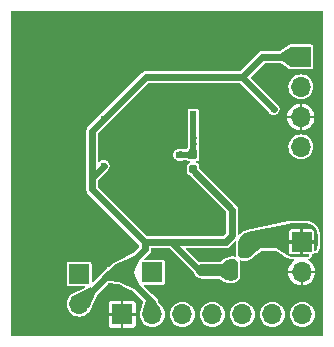
<source format=gbr>
G04 #@! TF.GenerationSoftware,KiCad,Pcbnew,8.0.6-8.0.6-0~ubuntu24.04.1*
G04 #@! TF.CreationDate,2024-10-23T13:15:13+03:00*
G04 #@! TF.ProjectId,imager_ILI9431,696d6167-6572-45f4-994c-49393433312e,rev?*
G04 #@! TF.SameCoordinates,Original*
G04 #@! TF.FileFunction,Copper,L2,Bot*
G04 #@! TF.FilePolarity,Positive*
%FSLAX46Y46*%
G04 Gerber Fmt 4.6, Leading zero omitted, Abs format (unit mm)*
G04 Created by KiCad (PCBNEW 8.0.6-8.0.6-0~ubuntu24.04.1) date 2024-10-23 13:15:13*
%MOMM*%
%LPD*%
G01*
G04 APERTURE LIST*
G04 Aperture macros list*
%AMRoundRect*
0 Rectangle with rounded corners*
0 $1 Rounding radius*
0 $2 $3 $4 $5 $6 $7 $8 $9 X,Y pos of 4 corners*
0 Add a 4 corners polygon primitive as box body*
4,1,4,$2,$3,$4,$5,$6,$7,$8,$9,$2,$3,0*
0 Add four circle primitives for the rounded corners*
1,1,$1+$1,$2,$3*
1,1,$1+$1,$4,$5*
1,1,$1+$1,$6,$7*
1,1,$1+$1,$8,$9*
0 Add four rect primitives between the rounded corners*
20,1,$1+$1,$2,$3,$4,$5,0*
20,1,$1+$1,$4,$5,$6,$7,0*
20,1,$1+$1,$6,$7,$8,$9,0*
20,1,$1+$1,$8,$9,$2,$3,0*%
G04 Aperture macros list end*
G04 #@! TA.AperFunction,ComponentPad*
%ADD10R,1.700000X1.700000*%
G04 #@! TD*
G04 #@! TA.AperFunction,ComponentPad*
%ADD11O,1.700000X1.700000*%
G04 #@! TD*
G04 #@! TA.AperFunction,SMDPad,CuDef*
%ADD12RoundRect,0.150000X0.150000X-0.587500X0.150000X0.587500X-0.150000X0.587500X-0.150000X-0.587500X0*%
G04 #@! TD*
G04 #@! TA.AperFunction,SMDPad,CuDef*
%ADD13RoundRect,0.140000X-0.170000X0.140000X-0.170000X-0.140000X0.170000X-0.140000X0.170000X0.140000X0*%
G04 #@! TD*
G04 #@! TA.AperFunction,SMDPad,CuDef*
%ADD14RoundRect,0.140000X0.170000X-0.140000X0.170000X0.140000X-0.170000X0.140000X-0.170000X-0.140000X0*%
G04 #@! TD*
G04 #@! TA.AperFunction,SMDPad,CuDef*
%ADD15R,0.550000X1.500000*%
G04 #@! TD*
G04 #@! TA.AperFunction,SMDPad,CuDef*
%ADD16RoundRect,0.160000X0.160000X-0.197500X0.160000X0.197500X-0.160000X0.197500X-0.160000X-0.197500X0*%
G04 #@! TD*
G04 #@! TA.AperFunction,SMDPad,CuDef*
%ADD17RoundRect,0.140000X-0.140000X-0.170000X0.140000X-0.170000X0.140000X0.170000X-0.140000X0.170000X0*%
G04 #@! TD*
G04 #@! TA.AperFunction,ViaPad*
%ADD18C,0.600000*%
G04 #@! TD*
G04 #@! TA.AperFunction,Conductor*
%ADD19C,0.600000*%
G04 #@! TD*
G04 #@! TA.AperFunction,Conductor*
%ADD20C,0.500000*%
G04 #@! TD*
G04 APERTURE END LIST*
D10*
X94530000Y-112675000D03*
D11*
X94530000Y-115215000D03*
D10*
X113370000Y-109945000D03*
D11*
X113370000Y-112485000D03*
D10*
X98180000Y-116090000D03*
D11*
X100720000Y-116090000D03*
X103260000Y-116090000D03*
X105800000Y-116090000D03*
X108340000Y-116090000D03*
X110880000Y-116090000D03*
X113420000Y-116090000D03*
D10*
X100730000Y-112520000D03*
D11*
X98190000Y-112520000D03*
D10*
X113300000Y-94280000D03*
D11*
X113300000Y-96820000D03*
X113300000Y-99360000D03*
X113300000Y-101900000D03*
D12*
X109402500Y-112297500D03*
X107502500Y-112297500D03*
X108452500Y-110422500D03*
D13*
X110900000Y-110000000D03*
X110900000Y-110960000D03*
D14*
X104970000Y-112300000D03*
X104970000Y-111340000D03*
X106050000Y-112290000D03*
X106050000Y-111330000D03*
D15*
X107430000Y-99610000D03*
X104180000Y-99610000D03*
D16*
X104180000Y-103777500D03*
X104180000Y-102582500D03*
D17*
X104190000Y-101420000D03*
X105150000Y-101420000D03*
D18*
X96600000Y-103520000D03*
X107500000Y-109375000D03*
X110990000Y-98700000D03*
X96610000Y-99560000D03*
X101020000Y-96020000D03*
X107550000Y-95100000D03*
X97025000Y-104575000D03*
X96925000Y-114300000D03*
X95500000Y-106750000D03*
X101450000Y-95100000D03*
X107450000Y-113875000D03*
X114200000Y-107875000D03*
X100000000Y-97450000D03*
X98300000Y-109475000D03*
X96875000Y-105425000D03*
X102525000Y-111400000D03*
X107025000Y-110875000D03*
X95200000Y-99625000D03*
X100400000Y-95150000D03*
X113950000Y-114225000D03*
X95900000Y-98900000D03*
X109700000Y-93375000D03*
X97450000Y-105950000D03*
X106450000Y-95125000D03*
X109675000Y-113750000D03*
X111375000Y-93175000D03*
X109125000Y-98325000D03*
X96375000Y-115075000D03*
X99475000Y-98075000D03*
X98050000Y-96775000D03*
X101125000Y-114075000D03*
X94700000Y-104250000D03*
X97300000Y-97450000D03*
X110550000Y-108150000D03*
X97950000Y-114150000D03*
X112700000Y-114225000D03*
X104750000Y-113550000D03*
X100800000Y-96975000D03*
X113350000Y-107825000D03*
X111475000Y-107975000D03*
X104325000Y-95125000D03*
X109625000Y-108325000D03*
X108700000Y-108500000D03*
X110475000Y-95200000D03*
X108450000Y-97500000D03*
X108375000Y-94525000D03*
X112450000Y-107850000D03*
X109050000Y-93900000D03*
X102375000Y-95075000D03*
X110300000Y-96775000D03*
X96800000Y-108350000D03*
X103300000Y-95075000D03*
X110850000Y-112275000D03*
X111125000Y-97450000D03*
X105400000Y-95075000D03*
X111400000Y-95200000D03*
X96550000Y-98200000D03*
X96150000Y-107475000D03*
X110575000Y-93425000D03*
X101900000Y-110900000D03*
X99400000Y-95425000D03*
X111725000Y-113300000D03*
X94750000Y-105075000D03*
X98750000Y-96075000D03*
X97600000Y-108800000D03*
X94825000Y-106050000D03*
X102980000Y-102580000D03*
D19*
X95620000Y-105480000D02*
X95620000Y-104500000D01*
X100120000Y-109980000D02*
X95620000Y-105480000D01*
X107500000Y-107220000D02*
X104180000Y-103900000D01*
X104180000Y-103900000D02*
X104180000Y-103777500D01*
X101020000Y-96020000D02*
X108310000Y-96020000D01*
X107500000Y-109375000D02*
X107500000Y-107220000D01*
X96610000Y-99560000D02*
X95620000Y-100550000D01*
D20*
X102340001Y-109980000D02*
X102300000Y-109980000D01*
D19*
X100120000Y-109980000D02*
X100120000Y-110590000D01*
X97225000Y-112520000D02*
X94530000Y-115215000D01*
X108310000Y-96020000D02*
X110050000Y-94280000D01*
X100420000Y-114750000D02*
X98190000Y-112520000D01*
X102300000Y-109980000D02*
X100120000Y-109980000D01*
X100150000Y-96020000D02*
X101020000Y-96020000D01*
X107500000Y-109400000D02*
X107500000Y-109375000D01*
X95620000Y-104500000D02*
X96600000Y-103520000D01*
D20*
X104660001Y-112300000D02*
X102340001Y-109980000D01*
D19*
X100720000Y-116090000D02*
X100720000Y-115045000D01*
X106920000Y-109980000D02*
X107500000Y-109400000D01*
X100425000Y-114750000D02*
X100420000Y-114750000D01*
X96610000Y-99560000D02*
X100150000Y-96020000D01*
X110050000Y-94280000D02*
X113300000Y-94280000D01*
X108310000Y-96020000D02*
X110990000Y-98700000D01*
X100720000Y-115045000D02*
X100425000Y-114750000D01*
X100120000Y-110590000D02*
X98190000Y-112520000D01*
X95620000Y-100550000D02*
X95620000Y-104500000D01*
X102300000Y-109980000D02*
X106920000Y-109980000D01*
X98190000Y-112520000D02*
X97225000Y-112520000D01*
D20*
X104970000Y-112300000D02*
X104660001Y-112300000D01*
D19*
X113370000Y-109945000D02*
X113315000Y-110000000D01*
D20*
X104177500Y-102580000D02*
X104180000Y-102582500D01*
X104180000Y-101430000D02*
X104190000Y-101420000D01*
X104180000Y-102582500D02*
X104180000Y-101430000D01*
X104190000Y-99620000D02*
X104180000Y-99610000D01*
X102980000Y-102580000D02*
X104177500Y-102580000D01*
X104190000Y-101420000D02*
X104190000Y-99620000D01*
G04 #@! TA.AperFunction,Conductor*
G36*
X107566307Y-111375603D02*
G01*
X107682305Y-111393975D01*
X107696885Y-111398713D01*
X107798046Y-111450257D01*
X107810449Y-111459268D01*
X107890731Y-111539550D01*
X107899742Y-111551953D01*
X107951286Y-111653114D01*
X107956024Y-111667693D01*
X107974397Y-111783691D01*
X107975000Y-111791357D01*
X107975000Y-112733642D01*
X107974397Y-112741308D01*
X107952353Y-112880482D01*
X107947615Y-112895061D01*
X107885418Y-113017130D01*
X107876407Y-113029533D01*
X107779533Y-113126407D01*
X107767130Y-113135418D01*
X107645061Y-113197615D01*
X107630482Y-113202353D01*
X107509400Y-113221531D01*
X107491306Y-113224397D01*
X107483642Y-113225000D01*
X107335279Y-113225000D01*
X107330400Y-113224756D01*
X107123914Y-113204093D01*
X107114349Y-113202160D01*
X106918386Y-113141711D01*
X106909395Y-113137920D01*
X106888254Y-113126407D01*
X106725000Y-113037500D01*
X106450000Y-112850000D01*
X106117162Y-112850000D01*
X106117155Y-112850000D01*
X104940713Y-112850000D01*
X104934317Y-112849581D01*
X104811250Y-112833378D01*
X104798895Y-112830067D01*
X104687208Y-112783805D01*
X104676130Y-112777409D01*
X104624119Y-112737500D01*
X104580222Y-112703816D01*
X104571183Y-112694777D01*
X104497590Y-112598869D01*
X104491194Y-112587791D01*
X104444932Y-112476104D01*
X104441621Y-112463749D01*
X104425842Y-112343896D01*
X104425842Y-112331104D01*
X104441621Y-112211250D01*
X104444932Y-112198895D01*
X104491194Y-112087208D01*
X104497587Y-112076133D01*
X104571186Y-111980218D01*
X104580218Y-111971186D01*
X104676133Y-111897587D01*
X104687208Y-111891194D01*
X104798895Y-111844932D01*
X104811249Y-111841621D01*
X104934317Y-111825418D01*
X104940713Y-111825000D01*
X106244683Y-111825000D01*
X106600000Y-111825000D01*
X106875000Y-111600000D01*
X107061230Y-111480253D01*
X107071250Y-111475324D01*
X107274478Y-111402779D01*
X107285356Y-111400248D01*
X107502529Y-111375319D01*
X107508117Y-111375000D01*
X107558642Y-111375000D01*
X107566307Y-111375603D01*
G37*
G04 #@! TD.AperFunction*
G04 #@! TA.AperFunction,Conductor*
G36*
X95525801Y-113806639D02*
G01*
X95938360Y-114219198D01*
X95941787Y-114227471D01*
X95940642Y-114232518D01*
X95320077Y-115530285D01*
X95313417Y-115536271D01*
X95305056Y-115536052D01*
X94533784Y-115217561D01*
X94527447Y-115211238D01*
X94208947Y-114439940D01*
X94208956Y-114430988D01*
X94214712Y-114424923D01*
X95512483Y-113804356D01*
X95521423Y-113803879D01*
X95525801Y-113806639D01*
G37*
G04 #@! TD.AperFunction*
G04 #@! TA.AperFunction,Conductor*
G36*
X104428155Y-101908427D02*
G01*
X104431460Y-101915012D01*
X104498893Y-102377412D01*
X104496695Y-102386093D01*
X104493482Y-102389042D01*
X104186167Y-102579674D01*
X104177331Y-102581123D01*
X104173833Y-102579674D01*
X103866517Y-102389042D01*
X103861293Y-102381769D01*
X103861106Y-102377415D01*
X103928540Y-101915012D01*
X103933125Y-101907320D01*
X103940118Y-101905000D01*
X104419882Y-101905000D01*
X104428155Y-101908427D01*
G37*
G04 #@! TD.AperFunction*
G04 #@! TA.AperFunction,Conductor*
G36*
X103924312Y-102264624D02*
G01*
X103926736Y-102266885D01*
X103985470Y-102339790D01*
X104175033Y-102575093D01*
X104177555Y-102583685D01*
X104174968Y-102589853D01*
X103923750Y-102896119D01*
X103915854Y-102900342D01*
X103912537Y-102900197D01*
X103549533Y-102831796D01*
X103542038Y-102826896D01*
X103540000Y-102820298D01*
X103540000Y-102339790D01*
X103543427Y-102331517D01*
X103549635Y-102328273D01*
X103915566Y-102262710D01*
X103924312Y-102264624D01*
G37*
G04 #@! TD.AperFunction*
G04 #@! TA.AperFunction,Conductor*
G36*
X104196228Y-101423199D02*
G01*
X104461141Y-101601807D01*
X104466085Y-101609273D01*
X104466252Y-101612571D01*
X104430970Y-101999363D01*
X104426805Y-102007290D01*
X104419318Y-102010000D01*
X103941156Y-102010000D01*
X103932883Y-102006573D01*
X103929469Y-101998857D01*
X103910329Y-101596924D01*
X103913359Y-101588500D01*
X103915914Y-101586388D01*
X104183589Y-101422914D01*
X104192436Y-101421527D01*
X104196228Y-101423199D01*
G37*
G04 #@! TD.AperFunction*
G04 #@! TA.AperFunction,Conductor*
G36*
X112456687Y-93436680D02*
G01*
X113292712Y-94271722D01*
X113296144Y-94279993D01*
X113292722Y-94288268D01*
X113292712Y-94288278D01*
X112456687Y-95123319D01*
X112448412Y-95126741D01*
X112442063Y-95124864D01*
X111605344Y-94583457D01*
X111600260Y-94576085D01*
X111600000Y-94573634D01*
X111600000Y-93986365D01*
X111603427Y-93978092D01*
X111605344Y-93976542D01*
X112442064Y-93435134D01*
X112450870Y-93433518D01*
X112456687Y-93436680D01*
G37*
G04 #@! TD.AperFunction*
G04 #@! TA.AperFunction,Conductor*
G36*
X97596495Y-111926477D02*
G01*
X98187265Y-112515860D01*
X98190702Y-112524129D01*
X98190702Y-112524153D01*
X98190010Y-113357174D01*
X98186576Y-113365444D01*
X98178300Y-113368864D01*
X98177228Y-113368814D01*
X96921613Y-113252245D01*
X96914422Y-113248868D01*
X96502226Y-112836672D01*
X96498799Y-112828399D01*
X96502226Y-112820126D01*
X96503010Y-112819410D01*
X97580766Y-111925752D01*
X97589320Y-111923111D01*
X97596495Y-111926477D01*
G37*
G04 #@! TD.AperFunction*
G04 #@! TA.AperFunction,Conductor*
G36*
X113721056Y-108375482D02*
G01*
X113745452Y-108377898D01*
X113902598Y-108393462D01*
X113921728Y-108397289D01*
X114091526Y-108449102D01*
X114109529Y-108456606D01*
X114265862Y-108540718D01*
X114282045Y-108551609D01*
X114380925Y-108633395D01*
X114418832Y-108664749D01*
X114432571Y-108678608D01*
X114544510Y-108816386D01*
X114555263Y-108832672D01*
X114637995Y-108989725D01*
X114645345Y-109007804D01*
X114695663Y-109178040D01*
X114699323Y-109197208D01*
X114715712Y-109378904D01*
X114716108Y-109388666D01*
X114708737Y-110228934D01*
X114708181Y-110238580D01*
X114689021Y-110417969D01*
X114685111Y-110436868D01*
X114632954Y-110604497D01*
X114625452Y-110622276D01*
X114606028Y-110658096D01*
X114561668Y-110700237D01*
X114501010Y-110708256D01*
X114447224Y-110679089D01*
X114420854Y-110623878D01*
X114420000Y-110610904D01*
X114420000Y-110095001D01*
X114419999Y-110095000D01*
X113847445Y-110095000D01*
X113870000Y-110010826D01*
X113870000Y-109879174D01*
X113847445Y-109795000D01*
X114419999Y-109795000D01*
X114420000Y-109794999D01*
X114420000Y-109075302D01*
X114419999Y-109075299D01*
X114408396Y-109016963D01*
X114364193Y-108950810D01*
X114364189Y-108950806D01*
X114298036Y-108906603D01*
X114239700Y-108895000D01*
X113520001Y-108895000D01*
X113520000Y-108895001D01*
X113520000Y-109467554D01*
X113435826Y-109445000D01*
X113304174Y-109445000D01*
X113220000Y-109467554D01*
X113220000Y-108895001D01*
X113219999Y-108895000D01*
X112500299Y-108895000D01*
X112441963Y-108906603D01*
X112375810Y-108950806D01*
X112375806Y-108950810D01*
X112331603Y-109016963D01*
X112320000Y-109075299D01*
X112320000Y-109794999D01*
X112320001Y-109795000D01*
X112892555Y-109795000D01*
X112870000Y-109879174D01*
X112870000Y-110010826D01*
X112892555Y-110095000D01*
X112320001Y-110095000D01*
X112320000Y-110095001D01*
X112320000Y-110814700D01*
X112331603Y-110873036D01*
X112375806Y-110939189D01*
X112375810Y-110939193D01*
X112441963Y-110983396D01*
X112500299Y-110994999D01*
X112500303Y-110995000D01*
X113219999Y-110995000D01*
X113220000Y-110994999D01*
X113220000Y-110422445D01*
X113304174Y-110445000D01*
X113435826Y-110445000D01*
X113520000Y-110422445D01*
X113520000Y-110994999D01*
X113520001Y-110995000D01*
X113931254Y-110995000D01*
X113989445Y-111013907D01*
X114025409Y-111063407D01*
X114025409Y-111124593D01*
X113989445Y-111174093D01*
X113959838Y-111188783D01*
X113918873Y-111201136D01*
X113912033Y-111203199D01*
X113893102Y-111206943D01*
X113730306Y-111222887D01*
X113713541Y-111224529D01*
X113703893Y-111225000D01*
X112657632Y-111225000D01*
X112647945Y-111224525D01*
X112467712Y-111206805D01*
X112448710Y-111203032D01*
X112280052Y-111151966D01*
X112262149Y-111144565D01*
X112102356Y-111059333D01*
X112094033Y-111054355D01*
X111476930Y-110642952D01*
X111476919Y-110642946D01*
X111225000Y-110475000D01*
X110922226Y-110475000D01*
X110243768Y-110475000D01*
X109875000Y-110475000D01*
X109594523Y-110714430D01*
X109594518Y-110714435D01*
X109362500Y-110912500D01*
X109133790Y-111107739D01*
X109126927Y-111113093D01*
X108993857Y-111207749D01*
X108978799Y-111216571D01*
X108896760Y-111255358D01*
X108835151Y-111284485D01*
X108818764Y-111290528D01*
X108665414Y-111332141D01*
X108648221Y-111335210D01*
X108517801Y-111346760D01*
X108485576Y-111349614D01*
X108476845Y-111350000D01*
X108420291Y-111350000D01*
X108404804Y-111348781D01*
X108292793Y-111331040D01*
X108263335Y-111321469D01*
X108169316Y-111273564D01*
X108144257Y-111255358D01*
X108069641Y-111180742D01*
X108051435Y-111155683D01*
X108003529Y-111061661D01*
X107993960Y-111032208D01*
X107976219Y-110920195D01*
X107975000Y-110904709D01*
X107975000Y-110136944D01*
X107975465Y-110127355D01*
X107992830Y-109948914D01*
X107996528Y-109930096D01*
X108046586Y-109762977D01*
X108053839Y-109745235D01*
X108135182Y-109590899D01*
X108145716Y-109574894D01*
X108255293Y-109439133D01*
X108268715Y-109425458D01*
X108402411Y-109313373D01*
X108418223Y-109302539D01*
X108571018Y-109218335D01*
X108588612Y-109210757D01*
X108759401Y-109156114D01*
X108768635Y-109153647D01*
X112268107Y-108398079D01*
X112273254Y-108397109D01*
X112370425Y-108381479D01*
X112380852Y-108380367D01*
X112473397Y-108375443D01*
X112479095Y-108375140D01*
X112484355Y-108375000D01*
X113711299Y-108375000D01*
X113721056Y-108375482D01*
G37*
G04 #@! TD.AperFunction*
G04 #@! TA.AperFunction,Conductor*
G36*
X104437379Y-100833427D02*
G01*
X104440776Y-100840866D01*
X104469492Y-101242893D01*
X104466664Y-101251390D01*
X104463920Y-101253712D01*
X104196098Y-101417275D01*
X104187251Y-101418663D01*
X104183902Y-101417275D01*
X103916079Y-101253712D01*
X103910804Y-101246476D01*
X103910507Y-101242897D01*
X103939224Y-100840866D01*
X103943231Y-100832858D01*
X103950894Y-100830000D01*
X104429106Y-100830000D01*
X104437379Y-100833427D01*
G37*
G04 #@! TD.AperFunction*
G04 #@! TA.AperFunction,Conductor*
G36*
X100643944Y-114547602D02*
G01*
X100645166Y-114549039D01*
X100944039Y-114964673D01*
X101315242Y-115480895D01*
X101317290Y-115489613D01*
X101314026Y-115495989D01*
X100726238Y-116085162D01*
X100717969Y-116088599D01*
X100713473Y-116087706D01*
X99944884Y-115768942D01*
X99938555Y-115762608D01*
X99938311Y-115754305D01*
X100211988Y-114964670D01*
X100214767Y-114960233D01*
X100627399Y-114547601D01*
X100635671Y-114544175D01*
X100643944Y-114547602D01*
G37*
G04 #@! TD.AperFunction*
G04 #@! TA.AperFunction,Conductor*
G36*
X98974011Y-112198956D02*
G01*
X98980077Y-112204714D01*
X99600642Y-113502481D01*
X99601120Y-113511423D01*
X99598360Y-113515801D01*
X99185801Y-113928360D01*
X99177528Y-113931787D01*
X99172481Y-113930642D01*
X97874714Y-113310077D01*
X97868728Y-113303417D01*
X97868946Y-113295059D01*
X98187438Y-112523783D01*
X98193759Y-112517448D01*
X98965059Y-112198947D01*
X98974011Y-112198956D01*
G37*
G04 #@! TD.AperFunction*
G04 #@! TA.AperFunction,Conductor*
G36*
X102992618Y-102281051D02*
G01*
X103569272Y-102329106D01*
X103577232Y-102333208D01*
X103580000Y-102340766D01*
X103580000Y-102819234D01*
X103576573Y-102827507D01*
X103569272Y-102830894D01*
X102992629Y-102878947D01*
X102984099Y-102876219D01*
X102979997Y-102868259D01*
X102979957Y-102867345D01*
X102979000Y-102580000D01*
X102979957Y-102292671D01*
X102983411Y-102284411D01*
X102991696Y-102281012D01*
X102992618Y-102281051D01*
G37*
G04 #@! TD.AperFunction*
G04 #@! TA.AperFunction,Conductor*
G36*
X99185801Y-111111639D02*
G01*
X99598360Y-111524198D01*
X99601787Y-111532471D01*
X99600642Y-111537518D01*
X98980077Y-112835285D01*
X98973417Y-112841271D01*
X98965056Y-112841052D01*
X98193784Y-112522561D01*
X98187447Y-112516238D01*
X97868947Y-111744940D01*
X97868956Y-111735988D01*
X97874712Y-111729923D01*
X99172483Y-111109356D01*
X99181423Y-111108879D01*
X99185801Y-111111639D01*
G37*
G04 #@! TD.AperFunction*
G04 #@! TA.AperFunction,Conductor*
G36*
X107772738Y-109904370D02*
G01*
X107787090Y-109939018D01*
X107786860Y-109943764D01*
X107770928Y-110107479D01*
X107770207Y-110117372D01*
X107769741Y-110126989D01*
X107769500Y-110136960D01*
X107769500Y-110904712D01*
X107770133Y-110920828D01*
X107771354Y-110936336D01*
X107773246Y-110952324D01*
X107773249Y-110952342D01*
X107790841Y-111063415D01*
X107790992Y-111064365D01*
X107798510Y-111095684D01*
X107798519Y-111095718D01*
X107808079Y-111125143D01*
X107808082Y-111125151D01*
X107808085Y-111125159D01*
X107812215Y-111135129D01*
X107812213Y-111172632D01*
X107785694Y-111199150D01*
X107751800Y-111200480D01*
X107745826Y-111198538D01*
X107724906Y-111193515D01*
X107714452Y-111191005D01*
X107714449Y-111191004D01*
X107714447Y-111191004D01*
X107598442Y-111172631D01*
X107582425Y-111170735D01*
X107574753Y-111170132D01*
X107558650Y-111169500D01*
X107558642Y-111169500D01*
X107508117Y-111169500D01*
X107508115Y-111169500D01*
X107496398Y-111169834D01*
X107490817Y-111170152D01*
X107479091Y-111171160D01*
X107261953Y-111196084D01*
X107261924Y-111196088D01*
X107238786Y-111200094D01*
X107227917Y-111202622D01*
X107227898Y-111202627D01*
X107205402Y-111209236D01*
X107002181Y-111281778D01*
X107002172Y-111281781D01*
X106980556Y-111290920D01*
X106980542Y-111290927D01*
X106970522Y-111295856D01*
X106950086Y-111307403D01*
X106950079Y-111307407D01*
X106763865Y-111427144D01*
X106763839Y-111427161D01*
X106750930Y-111436546D01*
X106744870Y-111440952D01*
X106744864Y-111440957D01*
X106540182Y-111608424D01*
X106509153Y-111619500D01*
X104940713Y-111619500D01*
X104927322Y-111619936D01*
X104922124Y-111620275D01*
X104920915Y-111620355D01*
X104919423Y-111620501D01*
X104907485Y-111621676D01*
X104784413Y-111637880D01*
X104758061Y-111643123D01*
X104745701Y-111646435D01*
X104732140Y-111651039D01*
X104720254Y-111655075D01*
X104720250Y-111655076D01*
X104720243Y-111655079D01*
X104702365Y-111662484D01*
X104664862Y-111662484D01*
X104648966Y-111651862D01*
X103561252Y-110564148D01*
X103546900Y-110529500D01*
X103561252Y-110494852D01*
X103595900Y-110480500D01*
X106985895Y-110480500D01*
X106985895Y-110480499D01*
X107113186Y-110446392D01*
X107124599Y-110439803D01*
X107128478Y-110437563D01*
X107227314Y-110380500D01*
X107703444Y-109904369D01*
X107738090Y-109890018D01*
X107772738Y-109904370D01*
G37*
G04 #@! TD.AperFunction*
G04 #@! TA.AperFunction,Conductor*
G36*
X115185148Y-90414852D02*
G01*
X115199500Y-90449500D01*
X115199500Y-117850500D01*
X115185148Y-117885148D01*
X115150500Y-117899500D01*
X88799500Y-117899500D01*
X88764852Y-117885148D01*
X88750500Y-117850500D01*
X88750500Y-115215000D01*
X93474417Y-115215000D01*
X93494700Y-115420934D01*
X93554768Y-115618954D01*
X93652315Y-115801450D01*
X93783590Y-115961410D01*
X93943550Y-116092685D01*
X94126046Y-116190232D01*
X94324066Y-116250300D01*
X94530000Y-116270583D01*
X94735934Y-116250300D01*
X94933954Y-116190232D01*
X95116450Y-116092685D01*
X95276410Y-115961410D01*
X95407685Y-115801450D01*
X95502909Y-115623296D01*
X95504368Y-115621083D01*
X95504224Y-115620996D01*
X95505466Y-115618942D01*
X95505471Y-115618937D01*
X95708088Y-115195209D01*
X97030000Y-115195209D01*
X97030000Y-115990000D01*
X97689157Y-115990000D01*
X97680000Y-116024174D01*
X97680000Y-116155826D01*
X97689157Y-116190000D01*
X97030001Y-116190000D01*
X97030001Y-116984794D01*
X97032910Y-117009876D01*
X97078213Y-117112479D01*
X97157520Y-117191786D01*
X97260126Y-117237090D01*
X97285189Y-117239998D01*
X97285209Y-117239999D01*
X98079999Y-117239999D01*
X98080000Y-117239998D01*
X98080000Y-116580842D01*
X98114174Y-116590000D01*
X98245826Y-116590000D01*
X98280000Y-116580842D01*
X98280000Y-117239999D01*
X99074788Y-117239999D01*
X99074794Y-117239998D01*
X99099876Y-117237089D01*
X99202479Y-117191786D01*
X99281786Y-117112479D01*
X99327090Y-117009873D01*
X99329998Y-116984810D01*
X99330000Y-116984790D01*
X99330000Y-116190000D01*
X98670843Y-116190000D01*
X98680000Y-116155826D01*
X98680000Y-116024174D01*
X98670843Y-115990000D01*
X99329999Y-115990000D01*
X99329999Y-115195212D01*
X99329998Y-115195205D01*
X99327089Y-115170123D01*
X99281786Y-115067520D01*
X99202479Y-114988213D01*
X99202480Y-114988213D01*
X99099873Y-114942909D01*
X99074810Y-114940001D01*
X99074790Y-114940000D01*
X98280000Y-114940000D01*
X98280000Y-115599157D01*
X98245826Y-115590000D01*
X98114174Y-115590000D01*
X98080000Y-115599157D01*
X98080000Y-114940000D01*
X97285212Y-114940000D01*
X97285205Y-114940001D01*
X97260123Y-114942910D01*
X97157520Y-114988213D01*
X97078213Y-115067520D01*
X97032909Y-115170126D01*
X97030001Y-115195189D01*
X97030000Y-115195209D01*
X95708088Y-115195209D01*
X96117277Y-114339485D01*
X96126830Y-114325982D01*
X96971752Y-113481060D01*
X97006399Y-113466709D01*
X97010910Y-113466918D01*
X97849203Y-113544744D01*
X97890005Y-113548532D01*
X97906613Y-113553116D01*
X98462033Y-113818706D01*
X99065511Y-114107276D01*
X99079020Y-114116834D01*
X99955386Y-114993199D01*
X99969738Y-115027847D01*
X99967036Y-115043893D01*
X99744142Y-115687006D01*
X99743607Y-115689166D01*
X99743564Y-115689155D01*
X99742788Y-115692569D01*
X99684700Y-115884063D01*
X99684700Y-115884065D01*
X99684700Y-115884066D01*
X99664417Y-116090000D01*
X99684700Y-116295934D01*
X99744768Y-116493954D01*
X99842315Y-116676450D01*
X99973590Y-116836410D01*
X100133550Y-116967685D01*
X100316046Y-117065232D01*
X100514066Y-117125300D01*
X100720000Y-117145583D01*
X100925934Y-117125300D01*
X101123954Y-117065232D01*
X101306450Y-116967685D01*
X101466410Y-116836410D01*
X101597685Y-116676450D01*
X101695232Y-116493954D01*
X101755300Y-116295934D01*
X101775583Y-116090000D01*
X102204417Y-116090000D01*
X102224700Y-116295934D01*
X102284768Y-116493954D01*
X102382315Y-116676450D01*
X102513590Y-116836410D01*
X102673550Y-116967685D01*
X102856046Y-117065232D01*
X103054066Y-117125300D01*
X103260000Y-117145583D01*
X103465934Y-117125300D01*
X103663954Y-117065232D01*
X103846450Y-116967685D01*
X104006410Y-116836410D01*
X104137685Y-116676450D01*
X104235232Y-116493954D01*
X104295300Y-116295934D01*
X104315583Y-116090000D01*
X104744417Y-116090000D01*
X104764700Y-116295934D01*
X104824768Y-116493954D01*
X104922315Y-116676450D01*
X105053590Y-116836410D01*
X105213550Y-116967685D01*
X105396046Y-117065232D01*
X105594066Y-117125300D01*
X105800000Y-117145583D01*
X106005934Y-117125300D01*
X106203954Y-117065232D01*
X106386450Y-116967685D01*
X106546410Y-116836410D01*
X106677685Y-116676450D01*
X106775232Y-116493954D01*
X106835300Y-116295934D01*
X106855583Y-116090000D01*
X107284417Y-116090000D01*
X107304700Y-116295934D01*
X107364768Y-116493954D01*
X107462315Y-116676450D01*
X107593590Y-116836410D01*
X107753550Y-116967685D01*
X107936046Y-117065232D01*
X108134066Y-117125300D01*
X108340000Y-117145583D01*
X108545934Y-117125300D01*
X108743954Y-117065232D01*
X108926450Y-116967685D01*
X109086410Y-116836410D01*
X109217685Y-116676450D01*
X109315232Y-116493954D01*
X109375300Y-116295934D01*
X109395583Y-116090000D01*
X109824417Y-116090000D01*
X109844700Y-116295934D01*
X109904768Y-116493954D01*
X110002315Y-116676450D01*
X110133590Y-116836410D01*
X110293550Y-116967685D01*
X110476046Y-117065232D01*
X110674066Y-117125300D01*
X110880000Y-117145583D01*
X111085934Y-117125300D01*
X111283954Y-117065232D01*
X111466450Y-116967685D01*
X111626410Y-116836410D01*
X111757685Y-116676450D01*
X111855232Y-116493954D01*
X111915300Y-116295934D01*
X111935583Y-116090000D01*
X112364417Y-116090000D01*
X112384700Y-116295934D01*
X112444768Y-116493954D01*
X112542315Y-116676450D01*
X112673590Y-116836410D01*
X112833550Y-116967685D01*
X113016046Y-117065232D01*
X113214066Y-117125300D01*
X113420000Y-117145583D01*
X113625934Y-117125300D01*
X113823954Y-117065232D01*
X114006450Y-116967685D01*
X114166410Y-116836410D01*
X114297685Y-116676450D01*
X114395232Y-116493954D01*
X114455300Y-116295934D01*
X114475583Y-116090000D01*
X114455300Y-115884066D01*
X114395232Y-115686046D01*
X114297685Y-115503550D01*
X114166410Y-115343590D01*
X114006450Y-115212315D01*
X113823954Y-115114768D01*
X113625934Y-115054700D01*
X113420000Y-115034417D01*
X113214065Y-115054700D01*
X113214064Y-115054700D01*
X113016043Y-115114769D01*
X112833548Y-115212316D01*
X112673590Y-115343590D01*
X112542316Y-115503548D01*
X112444769Y-115686043D01*
X112384700Y-115884064D01*
X112384700Y-115884065D01*
X112384700Y-115884066D01*
X112364417Y-116090000D01*
X111935583Y-116090000D01*
X111915300Y-115884066D01*
X111855232Y-115686046D01*
X111757685Y-115503550D01*
X111626410Y-115343590D01*
X111466450Y-115212315D01*
X111283954Y-115114768D01*
X111085934Y-115054700D01*
X110880000Y-115034417D01*
X110674065Y-115054700D01*
X110674064Y-115054700D01*
X110476043Y-115114769D01*
X110293548Y-115212316D01*
X110133590Y-115343590D01*
X110002316Y-115503548D01*
X109904769Y-115686043D01*
X109844700Y-115884064D01*
X109844700Y-115884065D01*
X109844700Y-115884066D01*
X109824417Y-116090000D01*
X109395583Y-116090000D01*
X109375300Y-115884066D01*
X109315232Y-115686046D01*
X109217685Y-115503550D01*
X109086410Y-115343590D01*
X108926450Y-115212315D01*
X108743954Y-115114768D01*
X108545934Y-115054700D01*
X108340000Y-115034417D01*
X108134065Y-115054700D01*
X108134064Y-115054700D01*
X107936043Y-115114769D01*
X107753548Y-115212316D01*
X107593590Y-115343590D01*
X107462316Y-115503548D01*
X107364769Y-115686043D01*
X107304700Y-115884064D01*
X107304700Y-115884065D01*
X107304700Y-115884066D01*
X107284417Y-116090000D01*
X106855583Y-116090000D01*
X106835300Y-115884066D01*
X106775232Y-115686046D01*
X106677685Y-115503550D01*
X106546410Y-115343590D01*
X106386450Y-115212315D01*
X106203954Y-115114768D01*
X106005934Y-115054700D01*
X105800000Y-115034417D01*
X105594065Y-115054700D01*
X105594064Y-115054700D01*
X105396043Y-115114769D01*
X105213548Y-115212316D01*
X105053590Y-115343590D01*
X104922316Y-115503548D01*
X104824769Y-115686043D01*
X104764700Y-115884064D01*
X104764700Y-115884065D01*
X104764700Y-115884066D01*
X104744417Y-116090000D01*
X104315583Y-116090000D01*
X104295300Y-115884066D01*
X104235232Y-115686046D01*
X104137685Y-115503550D01*
X104006410Y-115343590D01*
X103846450Y-115212315D01*
X103663954Y-115114768D01*
X103465934Y-115054700D01*
X103260000Y-115034417D01*
X103054065Y-115054700D01*
X103054064Y-115054700D01*
X102856043Y-115114769D01*
X102673548Y-115212316D01*
X102513590Y-115343590D01*
X102382316Y-115503548D01*
X102284769Y-115686043D01*
X102224700Y-115884064D01*
X102224700Y-115884065D01*
X102224700Y-115884066D01*
X102204417Y-116090000D01*
X101775583Y-116090000D01*
X101755300Y-115884066D01*
X101695232Y-115686046D01*
X101597685Y-115503550D01*
X101487957Y-115369845D01*
X101483595Y-115362836D01*
X101483296Y-115363010D01*
X101482091Y-115360931D01*
X101229717Y-115009959D01*
X101220500Y-114981352D01*
X101220500Y-114979105D01*
X101220499Y-114979104D01*
X101186392Y-114851815D01*
X101186391Y-114851811D01*
X101120499Y-114737685D01*
X100814581Y-114431767D01*
X100810640Y-114427317D01*
X100801707Y-114415902D01*
X100800531Y-114414520D01*
X100800493Y-114414475D01*
X100797176Y-114410671D01*
X100787833Y-114404041D01*
X100781543Y-114398729D01*
X100732317Y-114349503D01*
X100732314Y-114349500D01*
X100732310Y-114349498D01*
X100732308Y-114349496D01*
X100726064Y-114345891D01*
X100715918Y-114338105D01*
X100031961Y-113654148D01*
X100017609Y-113619500D01*
X100031961Y-113584852D01*
X100066609Y-113570500D01*
X101599745Y-113570500D01*
X101599748Y-113570500D01*
X101658231Y-113558867D01*
X101724552Y-113514552D01*
X101768867Y-113448231D01*
X101780500Y-113389748D01*
X101780500Y-111650252D01*
X101768867Y-111591769D01*
X101741932Y-111551458D01*
X101724552Y-111525447D01*
X101684795Y-111498882D01*
X101658231Y-111481133D01*
X101599748Y-111469500D01*
X101599745Y-111469500D01*
X100066609Y-111469500D01*
X100031961Y-111455148D01*
X100017609Y-111420500D01*
X100031961Y-111385852D01*
X100126893Y-111290920D01*
X100423279Y-110994532D01*
X100423284Y-110994529D01*
X100427312Y-110990500D01*
X100427314Y-110990500D01*
X100520500Y-110897314D01*
X100586392Y-110783186D01*
X100612865Y-110684388D01*
X100616682Y-110670140D01*
X100620500Y-110655894D01*
X100620500Y-110529500D01*
X100634852Y-110494852D01*
X100669500Y-110480500D01*
X102183102Y-110480500D01*
X102217750Y-110494852D01*
X104235396Y-112512498D01*
X104247146Y-112531390D01*
X104255075Y-112554745D01*
X104301337Y-112666432D01*
X104309047Y-112682067D01*
X104313224Y-112690537D01*
X104313230Y-112690548D01*
X104319629Y-112701630D01*
X104319635Y-112701640D01*
X104334542Y-112723950D01*
X104334573Y-112723994D01*
X104408137Y-112819864D01*
X104408148Y-112819877D01*
X104425863Y-112840077D01*
X104425885Y-112840100D01*
X104434898Y-112849113D01*
X104434921Y-112849135D01*
X104455120Y-112866849D01*
X104455133Y-112866859D01*
X104497741Y-112899554D01*
X104497751Y-112899563D01*
X104551005Y-112940426D01*
X104551041Y-112940452D01*
X104566717Y-112950925D01*
X104573379Y-112955376D01*
X104584457Y-112961772D01*
X104608567Y-112973662D01*
X104720254Y-113019924D01*
X104745700Y-113028563D01*
X104758055Y-113031874D01*
X104758079Y-113031878D01*
X104758084Y-113031880D01*
X104784413Y-113037118D01*
X104784418Y-113037118D01*
X104784425Y-113037120D01*
X104907492Y-113053323D01*
X104907507Y-113053324D01*
X104907511Y-113053325D01*
X104919424Y-113054497D01*
X104920884Y-113054641D01*
X104927280Y-113055060D01*
X104940713Y-113055500D01*
X106371494Y-113055500D01*
X106399097Y-113064014D01*
X106609234Y-113207290D01*
X106626716Y-113217973D01*
X106626731Y-113217981D01*
X106786874Y-113305194D01*
X106786888Y-113305203D01*
X106811089Y-113318382D01*
X106811096Y-113318386D01*
X106811107Y-113318391D01*
X106811112Y-113318394D01*
X106829554Y-113327276D01*
X106838545Y-113331067D01*
X106857812Y-113338081D01*
X107053775Y-113398530D01*
X107073642Y-113403588D01*
X107083207Y-113405521D01*
X107103452Y-113408572D01*
X107309938Y-113429235D01*
X107320136Y-113430000D01*
X107325015Y-113430244D01*
X107335279Y-113430500D01*
X107335292Y-113430500D01*
X107483651Y-113430500D01*
X107499754Y-113429868D01*
X107507429Y-113429264D01*
X107519985Y-113427777D01*
X107523455Y-113427367D01*
X107541549Y-113424501D01*
X107541548Y-113424500D01*
X107571204Y-113419803D01*
X107571203Y-113419803D01*
X107662630Y-113405323D01*
X107693997Y-113397791D01*
X107708576Y-113393053D01*
X107738356Y-113380717D01*
X107821430Y-113338389D01*
X107860400Y-113318533D01*
X107860417Y-113318524D01*
X107860416Y-113318524D01*
X107860425Y-113318520D01*
X107887917Y-113301673D01*
X107900320Y-113292662D01*
X107924843Y-113271717D01*
X108021717Y-113174843D01*
X108042662Y-113150320D01*
X108051673Y-113137917D01*
X108068520Y-113110425D01*
X108114636Y-113019918D01*
X108130716Y-112988358D01*
X108130717Y-112988355D01*
X108136260Y-112974976D01*
X108143053Y-112958576D01*
X108147791Y-112943997D01*
X108155323Y-112912631D01*
X108177367Y-112773457D01*
X108179264Y-112757423D01*
X108179867Y-112749757D01*
X108180500Y-112733642D01*
X108180500Y-111791357D01*
X108179867Y-111775242D01*
X108179264Y-111767576D01*
X108177367Y-111751542D01*
X108158994Y-111635544D01*
X108151462Y-111604178D01*
X108146724Y-111589599D01*
X108146722Y-111589596D01*
X108146720Y-111589588D01*
X108144350Y-111583868D01*
X108144348Y-111546365D01*
X108170865Y-111519845D01*
X108204760Y-111518512D01*
X108229293Y-111526483D01*
X108245896Y-111530469D01*
X108260636Y-111534008D01*
X108260637Y-111534008D01*
X108260645Y-111534010D01*
X108372656Y-111551751D01*
X108388679Y-111553647D01*
X108404166Y-111554866D01*
X108414916Y-111555288D01*
X108420288Y-111555500D01*
X108420291Y-111555500D01*
X108476845Y-111555500D01*
X108485921Y-111555299D01*
X108494652Y-111554913D01*
X108503705Y-111554313D01*
X108535930Y-111551459D01*
X108535929Y-111551458D01*
X108567004Y-111548707D01*
X108567007Y-111548706D01*
X108579994Y-111547555D01*
X108666349Y-111539909D01*
X108666353Y-111539908D01*
X108666358Y-111539908D01*
X108684324Y-111537514D01*
X108691901Y-111536161D01*
X108701526Y-111534443D01*
X108719232Y-111530469D01*
X108872582Y-111488856D01*
X108889865Y-111483336D01*
X108906252Y-111477293D01*
X108922984Y-111470269D01*
X108984593Y-111441142D01*
X108984596Y-111441141D01*
X109066635Y-111402354D01*
X109082680Y-111393882D01*
X109097738Y-111385060D01*
X109112973Y-111375205D01*
X109246043Y-111280549D01*
X109253329Y-111275120D01*
X109260192Y-111269766D01*
X109267213Y-111264035D01*
X109495923Y-111068796D01*
X109495924Y-111068796D01*
X109727942Y-110870731D01*
X109727951Y-110870721D01*
X109728427Y-110870316D01*
X109728462Y-110870284D01*
X109925394Y-110702174D01*
X109937041Y-110692232D01*
X109968855Y-110680500D01*
X111147945Y-110680500D01*
X111175125Y-110688730D01*
X111363588Y-110814372D01*
X111363659Y-110814417D01*
X111633825Y-110994529D01*
X111980025Y-111225330D01*
X111980034Y-111225336D01*
X111980042Y-111225341D01*
X111988550Y-111230717D01*
X111996873Y-111235695D01*
X112005642Y-111240652D01*
X112165435Y-111325884D01*
X112165439Y-111325886D01*
X112165444Y-111325889D01*
X112180313Y-111332906D01*
X112183640Y-111334477D01*
X112183648Y-111334480D01*
X112183654Y-111334483D01*
X112201522Y-111341870D01*
X112201534Y-111341874D01*
X112201543Y-111341878D01*
X112220501Y-111348648D01*
X112389159Y-111399714D01*
X112408688Y-111404597D01*
X112427690Y-111408370D01*
X112447605Y-111411319D01*
X112627838Y-111429039D01*
X112637880Y-111429778D01*
X112647567Y-111430253D01*
X112650745Y-111430331D01*
X112657619Y-111430500D01*
X112716342Y-111430500D01*
X112750990Y-111444852D01*
X112765342Y-111479500D01*
X112750990Y-111514148D01*
X112742137Y-111521161D01*
X112673996Y-111563351D01*
X112516499Y-111706930D01*
X112516496Y-111706933D01*
X112388062Y-111877007D01*
X112388059Y-111877011D01*
X112293061Y-112067795D01*
X112293060Y-112067796D01*
X112234739Y-112272777D01*
X112234737Y-112272786D01*
X112224339Y-112384999D01*
X112224339Y-112385000D01*
X112879157Y-112385000D01*
X112870000Y-112419174D01*
X112870000Y-112550826D01*
X112879157Y-112585000D01*
X112224339Y-112585000D01*
X112234737Y-112697213D01*
X112234739Y-112697222D01*
X112293060Y-112902203D01*
X112293061Y-112902204D01*
X112388059Y-113092988D01*
X112388062Y-113092992D01*
X112516496Y-113263066D01*
X112516499Y-113263069D01*
X112673996Y-113406648D01*
X112855208Y-113518849D01*
X113053934Y-113595835D01*
X113053942Y-113595837D01*
X113263439Y-113635000D01*
X113270000Y-113635000D01*
X113270000Y-112975842D01*
X113304174Y-112985000D01*
X113435826Y-112985000D01*
X113470000Y-112975842D01*
X113470000Y-113635000D01*
X113476561Y-113635000D01*
X113686057Y-113595837D01*
X113686065Y-113595835D01*
X113884791Y-113518849D01*
X114066003Y-113406648D01*
X114223500Y-113263069D01*
X114223503Y-113263066D01*
X114351937Y-113092992D01*
X114351940Y-113092988D01*
X114446938Y-112902204D01*
X114446939Y-112902203D01*
X114505260Y-112697222D01*
X114505262Y-112697213D01*
X114515660Y-112585000D01*
X113860843Y-112585000D01*
X113870000Y-112550826D01*
X113870000Y-112419174D01*
X113860843Y-112385000D01*
X114515661Y-112385000D01*
X114515660Y-112384999D01*
X114505262Y-112272786D01*
X114505260Y-112272777D01*
X114446939Y-112067796D01*
X114446938Y-112067795D01*
X114351940Y-111877011D01*
X114351937Y-111877007D01*
X114223503Y-111706933D01*
X114223500Y-111706930D01*
X114066003Y-111563351D01*
X113949396Y-111491151D01*
X113927493Y-111460709D01*
X113933530Y-111423695D01*
X113963351Y-111401942D01*
X113971373Y-111399945D01*
X113978213Y-111397882D01*
X113978212Y-111397881D01*
X114019168Y-111385532D01*
X114051175Y-111372869D01*
X114080782Y-111358179D01*
X114086825Y-111355056D01*
X114155698Y-111294883D01*
X114191662Y-111245383D01*
X114210558Y-111213756D01*
X114230909Y-111124593D01*
X114230909Y-111063407D01*
X114229007Y-111042278D01*
X114240193Y-111006487D01*
X114268247Y-110989831D01*
X114298231Y-110983867D01*
X114364552Y-110939552D01*
X114376763Y-110921275D01*
X114407944Y-110900441D01*
X114433001Y-110903093D01*
X114433143Y-110902539D01*
X114436880Y-110903493D01*
X114436882Y-110903494D01*
X114452058Y-110904908D01*
X114527938Y-110911983D01*
X114527940Y-110911982D01*
X114527943Y-110911983D01*
X114588601Y-110903964D01*
X114624544Y-110895882D01*
X114703204Y-110849226D01*
X114747564Y-110807085D01*
X114786677Y-110756056D01*
X114806101Y-110720236D01*
X114814787Y-110702167D01*
X114822289Y-110684388D01*
X114829175Y-110665550D01*
X114881332Y-110497921D01*
X114886349Y-110478502D01*
X114890259Y-110459603D01*
X114893359Y-110439794D01*
X114912519Y-110260405D01*
X114913340Y-110250405D01*
X114913896Y-110240759D01*
X114914229Y-110230737D01*
X114921600Y-109390469D01*
X114921439Y-109380337D01*
X114921043Y-109370575D01*
X114920381Y-109360443D01*
X114903992Y-109178747D01*
X114901176Y-109158665D01*
X114897516Y-109139497D01*
X114892735Y-109119790D01*
X114868663Y-109038348D01*
X114842423Y-108949572D01*
X114842417Y-108949554D01*
X114835714Y-108930410D01*
X114828364Y-108912331D01*
X114819811Y-108893948D01*
X114737079Y-108736895D01*
X114726755Y-108719443D01*
X114726750Y-108719436D01*
X114726747Y-108719430D01*
X114716000Y-108703154D01*
X114715993Y-108703144D01*
X114704016Y-108686818D01*
X114703981Y-108686772D01*
X114592083Y-108549045D01*
X114592067Y-108549026D01*
X114578521Y-108533941D01*
X114578509Y-108533928D01*
X114564773Y-108520072D01*
X114564764Y-108520064D01*
X114549834Y-108506420D01*
X114549801Y-108506390D01*
X114511903Y-108475043D01*
X114464598Y-108435917D01*
X114413022Y-108393257D01*
X114413006Y-108393245D01*
X114412990Y-108393232D01*
X114396797Y-108381134D01*
X114396781Y-108381122D01*
X114380598Y-108370231D01*
X114380597Y-108370230D01*
X114363232Y-108359751D01*
X114363229Y-108359749D01*
X114206896Y-108275637D01*
X114188592Y-108266924D01*
X114188590Y-108266923D01*
X114188575Y-108266916D01*
X114170593Y-108259421D01*
X114161466Y-108256135D01*
X114151503Y-108252549D01*
X113981705Y-108200736D01*
X113981694Y-108200733D01*
X113981690Y-108200732D01*
X113962050Y-108195784D01*
X113962044Y-108195783D01*
X113962043Y-108195782D01*
X113962040Y-108195782D01*
X113954217Y-108194217D01*
X113942907Y-108191954D01*
X113942896Y-108191952D01*
X113922865Y-108188964D01*
X113922812Y-108188958D01*
X113770173Y-108173841D01*
X113770166Y-108173839D01*
X113770166Y-108173840D01*
X113765704Y-108173398D01*
X113741308Y-108170982D01*
X113737230Y-108170679D01*
X113731162Y-108170229D01*
X113721454Y-108169750D01*
X113711302Y-108169500D01*
X113711299Y-108169500D01*
X112484355Y-108169500D01*
X112480148Y-108169556D01*
X112478878Y-108169573D01*
X112476450Y-108169637D01*
X112473627Y-108169713D01*
X112473605Y-108169713D01*
X112473600Y-108169714D01*
X112468189Y-108169929D01*
X112462485Y-108170232D01*
X112462485Y-108170233D01*
X112462478Y-108170233D01*
X112413777Y-108172824D01*
X112369907Y-108175158D01*
X112359090Y-108176022D01*
X112348613Y-108177140D01*
X112337793Y-108178586D01*
X112240610Y-108194218D01*
X112235205Y-108195162D01*
X112230052Y-108196133D01*
X112224715Y-108197212D01*
X108725276Y-108952773D01*
X108715582Y-108955112D01*
X108706377Y-108957571D01*
X108696754Y-108960395D01*
X108526000Y-109015027D01*
X108513362Y-109019757D01*
X108507320Y-109022019D01*
X108502866Y-109023937D01*
X108489724Y-109029597D01*
X108471849Y-109038347D01*
X108471847Y-109038348D01*
X108319041Y-109122558D01*
X108319025Y-109122567D01*
X108302081Y-109133006D01*
X108302050Y-109133026D01*
X108286260Y-109143846D01*
X108270401Y-109155881D01*
X108270370Y-109155906D01*
X108136708Y-109267963D01*
X108136704Y-109267966D01*
X108122053Y-109281512D01*
X108108624Y-109295194D01*
X108095389Y-109310055D01*
X108095385Y-109310059D01*
X108087628Y-109319670D01*
X108054698Y-109337616D01*
X108018723Y-109327021D01*
X108000777Y-109294091D01*
X108000500Y-109288893D01*
X108000500Y-107154105D01*
X108000499Y-107154104D01*
X107966392Y-107026815D01*
X107966391Y-107026811D01*
X107900499Y-106912685D01*
X104714851Y-103727037D01*
X104700499Y-103692389D01*
X104700499Y-103545783D01*
X104690291Y-103475714D01*
X104690291Y-103475713D01*
X104637450Y-103367627D01*
X104637449Y-103367626D01*
X104637449Y-103367625D01*
X104552375Y-103282551D01*
X104444286Y-103229709D01*
X104435903Y-103228487D01*
X104403688Y-103209290D01*
X104394482Y-103172934D01*
X104413680Y-103140718D01*
X104435908Y-103131512D01*
X104444284Y-103130292D01*
X104444286Y-103130291D01*
X104466365Y-103119497D01*
X104552375Y-103077449D01*
X104637449Y-102992375D01*
X104690291Y-102884286D01*
X104700500Y-102814215D01*
X104700499Y-102382782D01*
X104700564Y-102380257D01*
X104702242Y-102347754D01*
X104643590Y-101945572D01*
X104643280Y-101934050D01*
X104644061Y-101925495D01*
X104646387Y-101900000D01*
X112244417Y-101900000D01*
X112264700Y-102105934D01*
X112324768Y-102303954D01*
X112422315Y-102486450D01*
X112553590Y-102646410D01*
X112713550Y-102777685D01*
X112896046Y-102875232D01*
X113094066Y-102935300D01*
X113300000Y-102955583D01*
X113505934Y-102935300D01*
X113703954Y-102875232D01*
X113886450Y-102777685D01*
X114046410Y-102646410D01*
X114177685Y-102486450D01*
X114275232Y-102303954D01*
X114335300Y-102105934D01*
X114355583Y-101900000D01*
X114335300Y-101694066D01*
X114275232Y-101496046D01*
X114177685Y-101313550D01*
X114046410Y-101153590D01*
X113886450Y-101022315D01*
X113703954Y-100924768D01*
X113505934Y-100864700D01*
X113300000Y-100844417D01*
X113094065Y-100864700D01*
X113094064Y-100864700D01*
X112896043Y-100924769D01*
X112713548Y-101022316D01*
X112553590Y-101153590D01*
X112422316Y-101313548D01*
X112324769Y-101496043D01*
X112264700Y-101694064D01*
X112264700Y-101694065D01*
X112264700Y-101694066D01*
X112244417Y-101900000D01*
X104646387Y-101900000D01*
X104670902Y-101631239D01*
X104671489Y-101602178D01*
X104671322Y-101598880D01*
X104670713Y-101592383D01*
X104670499Y-101587810D01*
X104670499Y-101262922D01*
X104670881Y-101256813D01*
X104674467Y-101228272D01*
X104674470Y-101228252D01*
X104669137Y-101153590D01*
X104645755Y-100826231D01*
X104645754Y-100826227D01*
X104645754Y-100826225D01*
X104642021Y-100811594D01*
X104640500Y-100799480D01*
X104640500Y-100456107D01*
X104643106Y-100443002D01*
X104642925Y-100442966D01*
X104643867Y-100438231D01*
X104655500Y-100379748D01*
X104655500Y-99259999D01*
X112154339Y-99259999D01*
X112154339Y-99260000D01*
X112809157Y-99260000D01*
X112800000Y-99294174D01*
X112800000Y-99425826D01*
X112809157Y-99460000D01*
X112154339Y-99460000D01*
X112164737Y-99572213D01*
X112164739Y-99572222D01*
X112223060Y-99777203D01*
X112223061Y-99777204D01*
X112318059Y-99967988D01*
X112318062Y-99967992D01*
X112446496Y-100138066D01*
X112446499Y-100138069D01*
X112603996Y-100281648D01*
X112785208Y-100393849D01*
X112983934Y-100470835D01*
X112983942Y-100470837D01*
X113193439Y-100510000D01*
X113200000Y-100510000D01*
X113200000Y-99850842D01*
X113234174Y-99860000D01*
X113365826Y-99860000D01*
X113400000Y-99850842D01*
X113400000Y-100510000D01*
X113406561Y-100510000D01*
X113616057Y-100470837D01*
X113616065Y-100470835D01*
X113814791Y-100393849D01*
X113996003Y-100281648D01*
X114153500Y-100138069D01*
X114153503Y-100138066D01*
X114281937Y-99967992D01*
X114281940Y-99967988D01*
X114376938Y-99777204D01*
X114376939Y-99777203D01*
X114435260Y-99572222D01*
X114435262Y-99572213D01*
X114445660Y-99460000D01*
X113790843Y-99460000D01*
X113800000Y-99425826D01*
X113800000Y-99294174D01*
X113790843Y-99260000D01*
X114445661Y-99260000D01*
X114445660Y-99259999D01*
X114435262Y-99147786D01*
X114435260Y-99147777D01*
X114376939Y-98942796D01*
X114376938Y-98942795D01*
X114281940Y-98752011D01*
X114281937Y-98752007D01*
X114153503Y-98581933D01*
X114153500Y-98581930D01*
X113996003Y-98438351D01*
X113814791Y-98326150D01*
X113616065Y-98249164D01*
X113616057Y-98249162D01*
X113406561Y-98210000D01*
X113400000Y-98210000D01*
X113400000Y-98869157D01*
X113365826Y-98860000D01*
X113234174Y-98860000D01*
X113200000Y-98869157D01*
X113200000Y-98210000D01*
X113193439Y-98210000D01*
X112983942Y-98249162D01*
X112983934Y-98249164D01*
X112785208Y-98326150D01*
X112603996Y-98438351D01*
X112446499Y-98581930D01*
X112446496Y-98581933D01*
X112318062Y-98752007D01*
X112318059Y-98752011D01*
X112223061Y-98942795D01*
X112223060Y-98942796D01*
X112164739Y-99147777D01*
X112164737Y-99147786D01*
X112154339Y-99259999D01*
X104655500Y-99259999D01*
X104655500Y-98840252D01*
X104643867Y-98781769D01*
X104610830Y-98732326D01*
X104599552Y-98715447D01*
X104559795Y-98688882D01*
X104533231Y-98671133D01*
X104474748Y-98659500D01*
X103885252Y-98659500D01*
X103826769Y-98671133D01*
X103760447Y-98715447D01*
X103716133Y-98781769D01*
X103704500Y-98840252D01*
X103704500Y-100379748D01*
X103707305Y-100393849D01*
X103716133Y-100438232D01*
X103731242Y-100460843D01*
X103739500Y-100488066D01*
X103739500Y-100800465D01*
X103737756Y-100813421D01*
X103734246Y-100826221D01*
X103734245Y-100826229D01*
X103705529Y-101228233D01*
X103705528Y-101228272D01*
X103705710Y-101259884D01*
X103706007Y-101263466D01*
X103706008Y-101263471D01*
X103708666Y-101283493D01*
X103708666Y-101283494D01*
X103709074Y-101286561D01*
X103709500Y-101293010D01*
X103709500Y-101573446D01*
X103708958Y-101580711D01*
X103705062Y-101606696D01*
X103719795Y-101916093D01*
X103719337Y-101925495D01*
X103699932Y-102058549D01*
X103680730Y-102090764D01*
X103660087Y-102099710D01*
X103549259Y-102119567D01*
X103536548Y-102120166D01*
X103058119Y-102080296D01*
X103055231Y-102079969D01*
X103051961Y-102079500D01*
X103050593Y-102079500D01*
X103046525Y-102079331D01*
X103009689Y-102076261D01*
X103001278Y-102075733D01*
X103000386Y-102075696D01*
X103000375Y-102075696D01*
X102982878Y-102078764D01*
X102974418Y-102079500D01*
X102908034Y-102079500D01*
X102769949Y-102120046D01*
X102769947Y-102120046D01*
X102769947Y-102120047D01*
X102732722Y-102143969D01*
X102648871Y-102197857D01*
X102554625Y-102306623D01*
X102554624Y-102306625D01*
X102494833Y-102437545D01*
X102474353Y-102579997D01*
X102474353Y-102580002D01*
X102494833Y-102722454D01*
X102520056Y-102777683D01*
X102554623Y-102853373D01*
X102554624Y-102853374D01*
X102554625Y-102853376D01*
X102643188Y-102955583D01*
X102648872Y-102962143D01*
X102769947Y-103039953D01*
X102846785Y-103062514D01*
X102908034Y-103080499D01*
X102908037Y-103080499D01*
X102908039Y-103080500D01*
X102978447Y-103080500D01*
X102983982Y-103080814D01*
X103009695Y-103083737D01*
X103046511Y-103080669D01*
X103050580Y-103080500D01*
X103051959Y-103080500D01*
X103051961Y-103080500D01*
X103051962Y-103080499D01*
X103055196Y-103080033D01*
X103058109Y-103079701D01*
X103534965Y-103039964D01*
X103548101Y-103040641D01*
X103841385Y-103095905D01*
X103853826Y-103100035D01*
X103915714Y-103130291D01*
X103924093Y-103131511D01*
X103956309Y-103150707D01*
X103965517Y-103187062D01*
X103946321Y-103219279D01*
X103924096Y-103228487D01*
X103915713Y-103229708D01*
X103807627Y-103282549D01*
X103807623Y-103282552D01*
X103722552Y-103367623D01*
X103722550Y-103367627D01*
X103669709Y-103475713D01*
X103669709Y-103475714D01*
X103659500Y-103545783D01*
X103659500Y-104009216D01*
X103669708Y-104079285D01*
X103669708Y-104079286D01*
X103722549Y-104187372D01*
X103722550Y-104187374D01*
X103722551Y-104187375D01*
X103807625Y-104272449D01*
X103807628Y-104272450D01*
X103807629Y-104272451D01*
X103872687Y-104304256D01*
X103885815Y-104313629D01*
X106985148Y-107412962D01*
X106999500Y-107447610D01*
X106999500Y-109172390D01*
X106985148Y-109207038D01*
X106727038Y-109465148D01*
X106692390Y-109479500D01*
X100347610Y-109479500D01*
X100312962Y-109465148D01*
X96134852Y-105287038D01*
X96120500Y-105252390D01*
X96120500Y-104727608D01*
X96134851Y-104692961D01*
X96912131Y-103915680D01*
X96920279Y-103909114D01*
X96931128Y-103902143D01*
X96965418Y-103862568D01*
X96967789Y-103860023D01*
X97000495Y-103827318D01*
X97000495Y-103827317D01*
X97000499Y-103827314D01*
X97007209Y-103815690D01*
X97012609Y-103808107D01*
X97025377Y-103793373D01*
X97044395Y-103751726D01*
X97046532Y-103747583D01*
X97066390Y-103713189D01*
X97066389Y-103713189D01*
X97066392Y-103713186D01*
X97071574Y-103693841D01*
X97074326Y-103686188D01*
X97085165Y-103662457D01*
X97085165Y-103662455D01*
X97085166Y-103662455D01*
X97090747Y-103623630D01*
X97091915Y-103617928D01*
X97100500Y-103585893D01*
X97100500Y-103559300D01*
X97100999Y-103552326D01*
X97101940Y-103545786D01*
X97105647Y-103520000D01*
X97100999Y-103487671D01*
X97100500Y-103480698D01*
X97100500Y-103454107D01*
X97098885Y-103448081D01*
X97091914Y-103422065D01*
X97090751Y-103416396D01*
X97085165Y-103377543D01*
X97085164Y-103377541D01*
X97085164Y-103377539D01*
X97074330Y-103353817D01*
X97071572Y-103346148D01*
X97066392Y-103326814D01*
X97046531Y-103292414D01*
X97044394Y-103288269D01*
X97041782Y-103282549D01*
X97025377Y-103246627D01*
X97025373Y-103246622D01*
X97012611Y-103231893D01*
X97007208Y-103224306D01*
X97000502Y-103212691D01*
X97000501Y-103212690D01*
X97000499Y-103212686D01*
X96967794Y-103179981D01*
X96965410Y-103177421D01*
X96931127Y-103137855D01*
X96920286Y-103130889D01*
X96912128Y-103124315D01*
X96907317Y-103119504D01*
X96907314Y-103119501D01*
X96907310Y-103119499D01*
X96907308Y-103119497D01*
X96861582Y-103093097D01*
X96859597Y-103091887D01*
X96810053Y-103060047D01*
X96810050Y-103060046D01*
X96804040Y-103058281D01*
X96793352Y-103053704D01*
X96793186Y-103053608D01*
X96793183Y-103053607D01*
X96735867Y-103038249D01*
X96734745Y-103037934D01*
X96671965Y-103019500D01*
X96671961Y-103019500D01*
X96528039Y-103019500D01*
X96528032Y-103019500D01*
X96465279Y-103037926D01*
X96464158Y-103038241D01*
X96406813Y-103053608D01*
X96406811Y-103053608D01*
X96406640Y-103053708D01*
X96395956Y-103058282D01*
X96389950Y-103060045D01*
X96389943Y-103060049D01*
X96340399Y-103091887D01*
X96338411Y-103093099D01*
X96292685Y-103119501D01*
X96292681Y-103119504D01*
X96287867Y-103124318D01*
X96279721Y-103130883D01*
X96268873Y-103137856D01*
X96268868Y-103137860D01*
X96234596Y-103177413D01*
X96232213Y-103179973D01*
X96204147Y-103208038D01*
X96169501Y-103222390D01*
X96134852Y-103208039D01*
X96120500Y-103173391D01*
X96120500Y-100777609D01*
X96134851Y-100742962D01*
X96922135Y-99955677D01*
X96930279Y-99949114D01*
X96941128Y-99942143D01*
X96975411Y-99902576D01*
X96977767Y-99900045D01*
X97010499Y-99867315D01*
X97010500Y-99867314D01*
X100342962Y-96534852D01*
X100377610Y-96520500D01*
X100948039Y-96520500D01*
X100954108Y-96520500D01*
X108082390Y-96520500D01*
X108117038Y-96534852D01*
X110622211Y-99040025D01*
X110624595Y-99042585D01*
X110633613Y-99052993D01*
X110658872Y-99082143D01*
X110669707Y-99089106D01*
X110669713Y-99089110D01*
X110677870Y-99095684D01*
X110682685Y-99100499D01*
X110682688Y-99100500D01*
X110682691Y-99100503D01*
X110728411Y-99126899D01*
X110730402Y-99128113D01*
X110779945Y-99159952D01*
X110779947Y-99159953D01*
X110785953Y-99161716D01*
X110796649Y-99166297D01*
X110796812Y-99166391D01*
X110796816Y-99166393D01*
X110854135Y-99181751D01*
X110855258Y-99182066D01*
X110918034Y-99200499D01*
X110918037Y-99200499D01*
X110918039Y-99200500D01*
X110918040Y-99200500D01*
X111061958Y-99200500D01*
X111061961Y-99200500D01*
X111124794Y-99182049D01*
X111125785Y-99181771D01*
X111183186Y-99166392D01*
X111183344Y-99166300D01*
X111194047Y-99161716D01*
X111200053Y-99159953D01*
X111249635Y-99128087D01*
X111251544Y-99126923D01*
X111297314Y-99100499D01*
X111302132Y-99095679D01*
X111310276Y-99089116D01*
X111321128Y-99082143D01*
X111355418Y-99042568D01*
X111357789Y-99040023D01*
X111390495Y-99007318D01*
X111390495Y-99007317D01*
X111390499Y-99007314D01*
X111397209Y-98995690D01*
X111402609Y-98988107D01*
X111415377Y-98973373D01*
X111434395Y-98931726D01*
X111436532Y-98927583D01*
X111446362Y-98910556D01*
X111456392Y-98893186D01*
X111461574Y-98873841D01*
X111464326Y-98866188D01*
X111475165Y-98842457D01*
X111480750Y-98803605D01*
X111481915Y-98797930D01*
X111490500Y-98765892D01*
X111490500Y-98739300D01*
X111490999Y-98732326D01*
X111495647Y-98700001D01*
X111495647Y-98699998D01*
X111490999Y-98667671D01*
X111490500Y-98660698D01*
X111490500Y-98634106D01*
X111488885Y-98628080D01*
X111481914Y-98602064D01*
X111480747Y-98596371D01*
X111475166Y-98557544D01*
X111475164Y-98557539D01*
X111464330Y-98533817D01*
X111461572Y-98526148D01*
X111456392Y-98506814D01*
X111436523Y-98472401D01*
X111434395Y-98468272D01*
X111415377Y-98426627D01*
X111402610Y-98411893D01*
X111397210Y-98404311D01*
X111390499Y-98392685D01*
X111357787Y-98359973D01*
X111355403Y-98357413D01*
X111321128Y-98317857D01*
X111321125Y-98317855D01*
X111310285Y-98310888D01*
X111302130Y-98304316D01*
X109817814Y-96820000D01*
X112244417Y-96820000D01*
X112264700Y-97025934D01*
X112324768Y-97223954D01*
X112422315Y-97406450D01*
X112553590Y-97566410D01*
X112713550Y-97697685D01*
X112896046Y-97795232D01*
X113094066Y-97855300D01*
X113300000Y-97875583D01*
X113505934Y-97855300D01*
X113703954Y-97795232D01*
X113886450Y-97697685D01*
X114046410Y-97566410D01*
X114177685Y-97406450D01*
X114275232Y-97223954D01*
X114335300Y-97025934D01*
X114355583Y-96820000D01*
X114335300Y-96614066D01*
X114275232Y-96416046D01*
X114177685Y-96233550D01*
X114046410Y-96073590D01*
X113886450Y-95942315D01*
X113703954Y-95844768D01*
X113505934Y-95784700D01*
X113300000Y-95764417D01*
X113094065Y-95784700D01*
X113094064Y-95784700D01*
X112896043Y-95844769D01*
X112713548Y-95942316D01*
X112553590Y-96073590D01*
X112422316Y-96233548D01*
X112324769Y-96416043D01*
X112264700Y-96614064D01*
X112264700Y-96614065D01*
X112264700Y-96614066D01*
X112244417Y-96820000D01*
X109817814Y-96820000D01*
X109052462Y-96054648D01*
X109038110Y-96020000D01*
X109052462Y-95985352D01*
X110242962Y-94794852D01*
X110277610Y-94780500D01*
X111517117Y-94780500D01*
X111543735Y-94788360D01*
X112102236Y-95149744D01*
X112330425Y-95297396D01*
X112330430Y-95297399D01*
X112356407Y-95309339D01*
X112363167Y-95313120D01*
X112371764Y-95318865D01*
X112371767Y-95318866D01*
X112371769Y-95318867D01*
X112373597Y-95319230D01*
X112376080Y-95319725D01*
X112382113Y-95321444D01*
X112382117Y-95321433D01*
X112383287Y-95321779D01*
X112383740Y-95321908D01*
X112383788Y-95321925D01*
X112383802Y-95321932D01*
X112390151Y-95323809D01*
X112436768Y-95331910D01*
X112436770Y-95331911D01*
X112436770Y-95331910D01*
X112436771Y-95331911D01*
X112441042Y-95331187D01*
X112449222Y-95330500D01*
X114169745Y-95330500D01*
X114169748Y-95330500D01*
X114228231Y-95318867D01*
X114294552Y-95274552D01*
X114338867Y-95208231D01*
X114350500Y-95149748D01*
X114350500Y-93410252D01*
X114338867Y-93351769D01*
X114312301Y-93312012D01*
X114294552Y-93285447D01*
X114246875Y-93253591D01*
X114228231Y-93241133D01*
X114169748Y-93229500D01*
X112430252Y-93229500D01*
X112425266Y-93230491D01*
X112416517Y-93231163D01*
X112416520Y-93231202D01*
X112413779Y-93231392D01*
X112404974Y-93233008D01*
X112404972Y-93233008D01*
X112401439Y-93234411D01*
X112392925Y-93236924D01*
X112371769Y-93241132D01*
X112357436Y-93250708D01*
X112348298Y-93255505D01*
X112330432Y-93262598D01*
X112330423Y-93262603D01*
X111543734Y-93771639D01*
X111517115Y-93779500D01*
X109984105Y-93779500D01*
X109856815Y-93813607D01*
X109856811Y-93813608D01*
X109742685Y-93879500D01*
X109742685Y-93879501D01*
X108117038Y-95505148D01*
X108082390Y-95519500D01*
X100084105Y-95519500D01*
X99956815Y-95553607D01*
X99956811Y-95553608D01*
X99842685Y-95619500D01*
X99842685Y-95619501D01*
X96302685Y-99159501D01*
X96297863Y-99164322D01*
X96289714Y-99170888D01*
X96278873Y-99177855D01*
X96278871Y-99177856D01*
X96244602Y-99217406D01*
X96242218Y-99219966D01*
X95312686Y-100149500D01*
X95219501Y-100242685D01*
X95219500Y-100242685D01*
X95153608Y-100356811D01*
X95153607Y-100356815D01*
X95119500Y-100484104D01*
X95119500Y-105545895D01*
X95153607Y-105673184D01*
X95153608Y-105673188D01*
X95219500Y-105787314D01*
X99605148Y-110172962D01*
X99619500Y-110207610D01*
X99619500Y-110362390D01*
X99605148Y-110397038D01*
X99079023Y-110923162D01*
X99065513Y-110932720D01*
X97786058Y-111544529D01*
X97784142Y-111545671D01*
X97784102Y-111545605D01*
X97781889Y-111546988D01*
X97603550Y-111642315D01*
X97457161Y-111762451D01*
X97451584Y-111766198D01*
X97451593Y-111766211D01*
X97449597Y-111767559D01*
X97147624Y-112017949D01*
X97129030Y-112027559D01*
X97031814Y-112053607D01*
X97031811Y-112053608D01*
X96923642Y-112116061D01*
X96923641Y-112116062D01*
X96917689Y-112119497D01*
X96917683Y-112119502D01*
X96397620Y-112639564D01*
X96394249Y-112642635D01*
X96371856Y-112661203D01*
X96364409Y-112667684D01*
X96363649Y-112668379D01*
X96363645Y-112668384D01*
X96353975Y-112682168D01*
X96348510Y-112688674D01*
X95664148Y-113373037D01*
X95629500Y-113387389D01*
X95594852Y-113373037D01*
X95580500Y-113338389D01*
X95580500Y-111805255D01*
X95580500Y-111805252D01*
X95568867Y-111746769D01*
X95542247Y-111706930D01*
X95524552Y-111680447D01*
X95479361Y-111650252D01*
X95458231Y-111636133D01*
X95399748Y-111624500D01*
X93660252Y-111624500D01*
X93604730Y-111635544D01*
X93601769Y-111636133D01*
X93535447Y-111680447D01*
X93491133Y-111746769D01*
X93479500Y-111805252D01*
X93479500Y-113544748D01*
X93491133Y-113603231D01*
X93502004Y-113619500D01*
X93535447Y-113669552D01*
X93562012Y-113687301D01*
X93601769Y-113713867D01*
X93660252Y-113725500D01*
X94984975Y-113725500D01*
X95019623Y-113739852D01*
X95033975Y-113774500D01*
X95019623Y-113809148D01*
X95006113Y-113818706D01*
X94126058Y-114239529D01*
X94124142Y-114240671D01*
X94124102Y-114240605D01*
X94121889Y-114241988D01*
X93943550Y-114337315D01*
X93783590Y-114468590D01*
X93652316Y-114628548D01*
X93554769Y-114811043D01*
X93494700Y-115009064D01*
X93494700Y-115009065D01*
X93494700Y-115009066D01*
X93474417Y-115215000D01*
X88750500Y-115215000D01*
X88750500Y-90449500D01*
X88764852Y-90414852D01*
X88799500Y-90400500D01*
X115150500Y-90400500D01*
X115185148Y-90414852D01*
G37*
G04 #@! TD.AperFunction*
M02*

</source>
